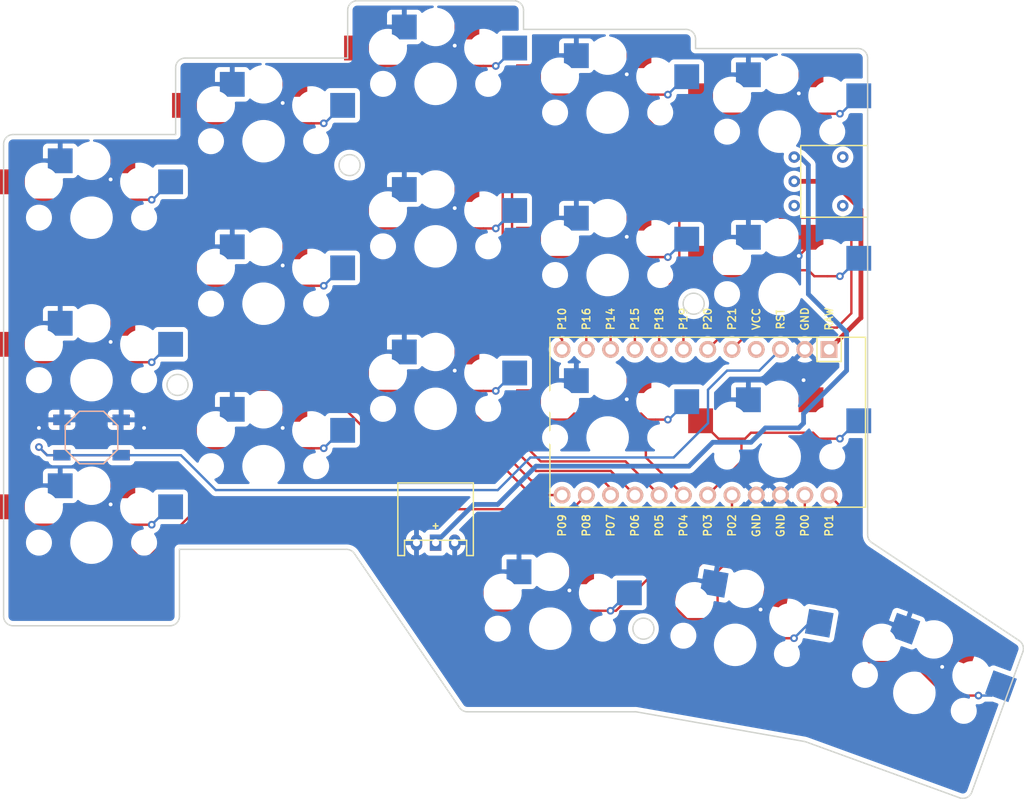
<source format=kicad_pcb>
(kicad_pcb (version 20211014) (generator pcbnew)
  (title_block (title "pcb") (rev "v1.0.0") (company "Unknown"))
  (layers (0 "F.Cu" signal) (31 "B.Cu" signal) (34 "B.Paste" user) (35 "F.Paste" user) (36 "B.SilkS" user "B.Silkscreen") (37 "F.SilkS" user "F.Silkscreen") (38 "B.Mask" user) (39 "F.Mask" user) (44 "Edge.Cuts" user))
  (net 0 "")
  (net 1 "GND")
  (net 2 "matrix_pinky_bottom")
  (net 3 "matrix_pinky_home")
  (net 4 "matrix_pinky_top")
  (net 5 "matrix_ring_bottom")
  (net 6 "matrix_ring_home")
  (net 7 "matrix_ring_top")
  (net 8 "matrix_middle_bottom")
  (net 9 "matrix_middle_home")
  (net 10 "matrix_middle_top")
  (net 11 "matrix_index_bottom")
  (net 12 "matrix_index_home")
  (net 13 "matrix_index_top")
  (net 14 "matrix_inner_bottom")
  (net 15 "matrix_inner_home")
  (net 16 "matrix_inner_top")
  (net 17 "thumb_left")
  (net 18 "thumb_mid")
  (net 19 "thumb_right")
  (net 20 "vbattp_sw")
  (net 21 "RST")
  (net 22 "VCC")
  (net 23 "vbattp")
  (footprint "GW12RHH" (layer "F.Cu") (at 99.2 -37.8 -90)
    (fp_text reference "T1" hide)
    (fp_text value "" hide)
  )
  (footprint "PG1350" (layer "F.Cu") (at 36 -8)
    (fp_text reference "S4" hide)
    (fp_text value "" hide)
  )
  (footprint "PG1350" (layer "F.Cu") (at 66 9)
    (fp_text reference "S16" hide)
    (fp_text value "" hide)
  )
  (footprint "PG1350" (layer "F.Cu") (at 36 -42)
    (fp_text reference "S6" hide)
    (fp_text value "" hide)
  )
  (footprint "PG1350" (layer "F.Cu") (at 18 0)
    (fp_text reference "S1" hide)
    (fp_text value "" hide)
  )
  (footprint "PG1350" (layer "F.Cu") (at 104.090944 15.716461 -20)
    (fp_text reference "S18" hide)
    (fp_text value "" hide)
  )
  (footprint "PG1350" (layer "F.Cu") (at 72 -28)
    (fp_text reference "S11" hide)
    (fp_text value "" hide)
  )
  (footprint "PG1350" (layer "F.Cu") (at 72 -11)
    (fp_text reference "S10" hide)
    (fp_text value "" hide)
  )
  (footprint "PG1350" (layer "F.Cu") (at 18 -34)
    (fp_text reference "S3" hide)
    (fp_text value "" hide)
  )
  (footprint "ProMicro" (layer "F.Cu") (at 81.2 -12.6 180)
    (fp_text reference "MCU1" hide)
    (fp_text value "" hide)
  )
  (footprint "JST_PH_S2B-PH-K_02x2.00mm_Angled" (layer "F.Cu") (at 54 0 180)
    (fp_text reference "JST1" hide)
    (fp_text value "" hide)
  )
  (footprint "PG1350" (layer "F.Cu") (at 90 -43)
    (fp_text reference "S15" hide)
    (fp_text value "" hide)
  )
  (footprint "PG1350" (layer "F.Cu") (at 54 -14)
    (fp_text reference "S7" hide)
    (fp_text value "" hide)
  )
  (footprint "E73:SW_TACT_ALPS_SKQGABE010" (layer "F.Cu") (at 18 -11)
    (fp_text reference "B1" hide)
    (fp_text value "" hide)
  )
  (footprint "PG1350" (layer "F.Cu") (at 90 -9)
    (fp_text reference "S13" hide)
    (fp_text value "" hide)
  )
  (footprint "PG1350" (layer "F.Cu") (at 54 -48)
    (fp_text reference "S9" hide)
    (fp_text value "" hide)
  )
  (footprint "PG1350" (layer "F.Cu") (at 18 -17)
    (fp_text reference "S2" hide)
    (fp_text value "" hide)
  )
  (footprint "PG1350" (layer "F.Cu") (at 72 -45)
    (fp_text reference "S12" hide)
    (fp_text value "" hide)
  )
  (footprint "E73:SW_TACT_ALPS_SKQGABE010" (layer "F.Cu") (at 18 -11)
    (fp_text reference "B2" hide)
    (fp_text value "" hide)
  )
  (footprint "PG1350" (layer "F.Cu") (at 85.339279 10.691968 -10)
    (fp_text reference "S17" hide)
    (fp_text value "" hide)
  )
  (footprint "PG1350" (layer "F.Cu") (at 36 -25)
    (fp_text reference "S5" hide)
    (fp_text value "" hide)
  )
  (footprint "PG1350" (layer "F.Cu") (at 90 -26)
    (fp_text reference "S14" hide)
    (fp_text value "" hide)
  )
  (footprint "PG1350" (layer "F.Cu") (at 54 -31)
    (fp_text reference "S8" hide)
    (fp_text value "" hide)
  )
  (gr_line (start 27.2 7.7) (end 27.2 0.7) (layer "Edge.Cuts") (width 0.15))
  (gr_line (start 115.057057 10.252094) (end 99.646001 -0.003208) (layer "Edge.Cuts") (width 0.15))
  (gr_arc (start 57.328269 17.7) (mid 56.86117 17.584205) (end 56.502247 17.263638) (layer "Edge.Cuts") (width 0.15))
  (gr_circle (center 45 -39.5) (end 46.1 -39.5) (layer "Edge.Cuts") (width 0.15) (fill none))
  (gr_arc (start 44.671731 0.7) (mid 45.13883 0.815795) (end 45.497753 1.136362) (layer "Edge.Cuts") (width 0.15))
  (gr_arc (start 74.895014 17.7) (mid 74.98217 17.703805) (end 75.068662 17.715192) (layer "Edge.Cuts") (width 0.15))
  (gr_line (start 57.328269 17.7) (end 74.895013 17.7) (layer "Edge.Cuts") (width 0.15))
  (gr_arc (start 8.8 -41.7) (mid 9.092893 -42.407107) (end 9.8 -42.7) (layer "Edge.Cuts") (width 0.15))
  (gr_arc (start 62.2 -56.7) (mid 62.907107 -56.407107) (end 63.2 -55.7) (layer "Edge.Cuts") (width 0.15))
  (gr_line (start 63.2 -53.7) (end 63.2 -55.7) (layer "Edge.Cuts") (width 0.15))
  (gr_line (start 8.8 -41.7) (end 8.8 7.7) (layer "Edge.Cuts") (width 0.15))
  (gr_line (start 27.2 0.7) (end 44.671731 0.7) (layer "Edge.Cuts") (width 0.15))
  (gr_line (start 9.8 8.7) (end 26.2 8.7) (layer "Edge.Cuts") (width 0.15))
  (gr_arc (start 44.8 -55.7) (mid 45.092893 -56.407107) (end 45.8 -56.7) (layer "Edge.Cuts") (width 0.15))
  (gr_arc (start 98.2 -51.7) (mid 98.907107 -51.407107) (end 99.2 -50.7) (layer "Edge.Cuts") (width 0.15))
  (gr_arc (start 110.102561 26.09868) (mid 109.585487 26.662967) (end 108.820849 26.696352) (layer "Edge.Cuts") (width 0.15))
  (gr_line (start 45.497753 1.136362) (end 56.502247 17.263638) (layer "Edge.Cuts") (width 0.15))
  (gr_arc (start 9.8 8.7) (mid 9.092893 8.407107) (end 8.8 7.7) (layer "Edge.Cuts") (width 0.15))
  (gr_circle (center 81 -25) (end 82.1 -25) (layer "Edge.Cuts") (width 0.15) (fill none))
  (gr_line (start 26.8 -49.7) (end 26.8 -42.7) (layer "Edge.Cuts") (width 0.15))
  (gr_line (start 99.2 -0.835726) (end 99.2 -50.7) (layer "Edge.Cuts") (width 0.15))
  (gr_circle (center 27 -16.5) (end 28.1 -16.5) (layer "Edge.Cuts") (width 0.15) (fill none))
  (gr_arc (start 27.2 7.7) (mid 26.907107 8.407107) (end 26.2 8.7) (layer "Edge.Cuts") (width 0.15))
  (gr_arc (start 92.588419 20.804398) (mid 92.67359 20.82328) (end 92.756791 20.849513) (layer "Edge.Cuts") (width 0.15))
  (gr_arc (start 99.646001 -0.003209) (mid 99.318524 -0.363497) (end 99.2 -0.835726) (layer "Edge.Cuts") (width 0.15))
  (gr_circle (center 75.743654 9) (end 76.843654 9) (layer "Edge.Cuts") (width 0.15) (fill none))
  (gr_line (start 81.2 -51.7) (end 98.2 -51.7) (layer "Edge.Cuts") (width 0.15))
  (gr_line (start 44.8 -55.7) (end 44.8 -50.7) (layer "Edge.Cuts") (width 0.15))
  (gr_line (start 27.8 -50.7) (end 44.8 -50.7) (layer "Edge.Cuts") (width 0.15))
  (gr_line (start 81.2 -51.7) (end 81.2 -52.7) (layer "Edge.Cuts") (width 0.15))
  (gr_arc (start 115.057057 10.252094) (mid 115.453144 10.772623) (end 115.44275 11.426631) (layer "Edge.Cuts") (width 0.15))
  (gr_line (start 92.756791 20.849513) (end 108.820849 26.696352) (layer "Edge.Cuts") (width 0.15))
  (gr_arc (start 26.8 -49.7) (mid 27.092893 -50.407107) (end 27.8 -50.7) (layer "Edge.Cuts") (width 0.15))
  (gr_line (start 110.102561 26.09868) (end 115.44275 11.426631) (layer "Edge.Cuts") (width 0.15))
  (gr_line (start 62.2 -56.7) (end 45.8 -56.7) (layer "Edge.Cuts") (width 0.15))
  (gr_arc (start 80.2 -53.7) (mid 80.907107 -53.407107) (end 81.2 -52.7) (layer "Edge.Cuts") (width 0.15))
  (gr_line (start 63.2 -53.7) (end 80.2 -53.7) (layer "Edge.Cuts") (width 0.15))
  (gr_line (start 9.8 -42.7) (end 26.8 -42.7) (layer "Edge.Cuts") (width 0.15))
  (gr_line (start 75.068662 17.715192) (end 92.588419 20.804398) (layer "Edge.Cuts") (width 0.15))
  (segment (start 57.275 -36.275) (end 56 -35) (width 0.25) (layer "F.Cu") (net 1))
  (segment (start 93.275 -31.95) (end 93.275 -31.275) (width 0.25) (layer "F.Cu") (net 1))
  (segment (start 21.275 -22.275) (end 20 -21) (width 0.25) (layer "F.Cu") (net 1))
  (segment (start 75.275 -50.95) (end 75.275 -50.275) (width 0.25) (layer "F.Cu") (net 1))
  (segment (start 109.203457 11.245406) (end 107.448863 13) (width 0.25) (layer "F.Cu") (net 1))
  (segment (start 107.448863 13) (end 107 13) (width 0.25) (layer "F.Cu") (net 1))
  (segment (start 21.275 -39.275) (end 20 -38) (width 0.25) (layer "F.Cu") (net 1))
  (segment (start 93.275 -31.275) (end 92 -30) (width 0.25) (layer "F.Cu") (net 1))
  (segment (start 93.275 -14.95) (end 93.275 -16.225) (width 0.25) (layer "F.Cu") (net 1))
  (segment (start 57.275 -53.95) (end 57.275 -53.275) (width 0.25) (layer "F.Cu") (net 1))
  (segment (start 69.275 3.725) (end 68 5) (width 0.25) (layer "F.Cu") (net 1))
  (segment (start 39.275 -47.95) (end 39.275 -47.275) (width 0.25) (layer "F.Cu") (net 1))
  (segment (start 21.1 -12.85) (end 22.65 -12.85) (width 0.25) (layer "F.Cu") (net 1))
  (segment (start 75.275 -33.95) (end 75.275 -33.275) (width 0.25) (layer "F.Cu") (net 1))
  (segment (start 57.275 -36.95) (end 57.275 -36.275) (width 0.25) (layer "F.Cu") (net 1))
  (segment (start 14.9 -12.85) (end 13.35 -12.85) (width 0.25) (layer "F.Cu") (net 1))
  (segment (start 21.275 -39.95) (end 21.275 -39.275) (width 0.25) (layer "F.Cu") (net 1))
  (segment (start 39.275 -47.275) (end 38 -46) (width 0.25) (layer "F.Cu") (net 1))
  (segment (start 39.275 -13.95) (end 39.275 -13.275) (width 0.25) (layer "F.Cu") (net 1))
  (segment (start 57.275 -19.275) (end 56 -18) (width 0.25) (layer "F.Cu") (net 1))
  (segment (start 21.275 -5.95) (end 21.275 -5.275) (width 0.25) (layer "F.Cu") (net 1))
  (segment (start 75.275 -50.275) (end 74 -49) (width 0.25) (layer "F.Cu") (net 1))
  (segment (start 75.275 -16.95) (end 75.275 -16.275) (width 0.25) (layer "F.Cu") (net 1))
  (segment (start 75.275 -16.275) (end 74 -15) (width 0.25) (layer "F.Cu") (net 1))
  (segment (start 57.275 -19.95) (end 57.275 -19.275) (width 0.25) (layer "F.Cu") (net 1))
  (segment (start 93.275 -16.225) (end 92.5 -17) (width 0.25) (layer "F.Cu") (net 1))
  (segment (start 22.65 -12.85) (end 23.5 -12) (width 0.25) (layer "F.Cu") (net 1))
  (segment (start 21.275 -22.95) (end 21.275 -22.275) (width 0.25) (layer "F.Cu") (net 1))
  (segment (start 39.275 -30.275) (end 38 -29) (width 0.25) (layer "F.Cu") (net 1))
  (segment (start 89.597731 5.40106) (end 89.597731 5.402269) (width 0.25) (layer "F.Cu") (net 1))
  (segment (start 21.275 -5.275) (end 20 -4) (width 0.25) (layer "F.Cu") (net 1))
  (segment (start 93.275 -48.275) (end 92 -47) (width 0.25) (layer "F.Cu") (net 1))
  (segment (start 39.275 -30.95) (end 39.275 -30.275) (width 0.25) (layer "F.Cu") (net 1))
  (segment (start 89.597731 5.402269) (end 88 7) (width 0.25) (layer "F.Cu") (net 1))
  (segment (start 69.275 3.05) (end 69.275 3.725) (width 0.25) (layer "F.Cu") (net 1))
  (segment (start 39.275 -13.275) (end 38 -12) (width 0.25) (layer "F.Cu") (net 1))
  (segment (start 93.275 -48.95) (end 93.275 -48.275) (width 0.25) (layer "F.Cu") (net 1))
  (segment (start 57.275 -53.275) (end 56 -52) (width 0.25) (layer "F.Cu") (net 1))
  (segment (start 13.35 -12.85) (end 12.5 -12) (width 0.25) (layer "F.Cu") (net 1))
  (segment (start 75.275 -33.275) (end 74 -32) (width 0.25) (layer "F.Cu") (net 1))
  (via (at 38 -46) (size 0.8) (drill 0.4) (layers "F.Cu" "B.Cu") (net 1))
  (via (at 56 -18) (size 0.8) (drill 0.4) (layers "F.Cu" "B.Cu") (net 1))
  (via (at 56 -52) (size 0.8) (drill 0.4) (layers "F.Cu" "B.Cu") (net 1))
  (via (at 68 5) (size 0.8) (drill 0.4) (layers "F.Cu" "B.Cu") (net 1))
  (via (at 92 -47) (size 0.8) (drill 0.4) (layers "F.Cu" "B.Cu") (net 1))
  (via (at 88 7) (size 0.8) (drill 0.4) (layers "F.Cu" "B.Cu") (net 1))
  (via (at 20 -38) (size 0.8) (drill 0.4) (layers "F.Cu" "B.Cu") (net 1))
  (via (at 20 -4) (size 0.8) (drill 0.4) (layers "F.Cu" "B.Cu") (net 1))
  (via (at 56 -35) (size 0.8) (drill 0.4) (layers "F.Cu" "B.Cu") (net 1))
  (via (at 74 -32) (size 0.8) (drill 0.4) (layers "F.Cu" "B.Cu") (net 1))
  (via (at 92.5 -17) (size 0.8) (drill 0.4) (layers "F.Cu" "B.Cu") (net 1))
  (via (at 38 -12) (size 0.8) (drill 0.4) (layers "F.Cu" "B.Cu") (net 1))
  (via (at 92 -30) (size 0.8) (drill 0.4) (layers "F.Cu" "B.Cu") (net 1))
  (via (at 38 -29) (size 0.8) (drill 0.4) (layers "F.Cu" "B.Cu") (net 1))
  (via (at 23.5 -12) (size 0.8) (drill 0.4) (layers "F.Cu" "B.Cu") (net 1))
  (via (at 20 -21) (size 0.8) (drill 0.4) (layers "F.Cu" "B.Cu") (net 1))
  (via (at 74 -49) (size 0.8) (drill 0.4) (layers "F.Cu" "B.Cu") (net 1))
  (via (at 12.5 -12) (size 0.8) (drill 0.4) (layers "F.Cu" "B.Cu") (net 1))
  (via (at 107 13) (size 0.8) (drill 0.4) (layers "F.Cu" "B.Cu") (net 1))
  (via (at 74 -15) (size 0.8) (drill 0.4) (layers "F.Cu" "B.Cu") (net 1))
  (segment (start 11.600001 -1.874999) (end 14.374999 -1.874999) (width 0.25) (layer "F.Cu") (net 2))
  (segment (start 14.374999 -1.874999) (end 15 -2.5) (width 0.25) (layer "F.Cu") (net 2))
  (segment (start 23 1.5) (end 22 0.5) (width 0.25) (layer "F.Cu") (net 2))
  (segment (start 21.625001 -1.874999) (end 22.125001 -1.874999) (width 0.25) (layer "F.Cu") (net 2))
  (segment (start 22 0.5) (end 22 -1.749998) (width 0.25) (layer "F.Cu") (net 2))
  (segment (start 68.29 -3.5) (end 29 -3.5) (width 0.25) (layer "F.Cu") (net 2))
  (segment (start 21 -2.5) (end 21.625001 -1.874999) (width 0.25) (layer "F.Cu") (net 2))
  (segment (start 69.77 -4.98) (end 68.29 -3.5) (width 0.25) (layer "F.Cu") (net 2))
  (segment (start 23 -1.874999) (end 24.3 -1.874999) (width 0.25) (layer "F.Cu") (net 2))
  (segment (start 9.725 -3.75) (end 11.600001 -1.874999) (width 0.25) (layer "F.Cu") (net 2))
  (segment (start 29 -3.5) (end 24 1.5) (width 0.25) (layer "F.Cu") (net 2))
  (segment (start 15 -2.5) (end 21 -2.5) (width 0.25) (layer "F.Cu") (net 2))
  (segment (start 22 -1.749998) (end 22.125001 -1.874999) (width 0.25) (layer "F.Cu") (net 2))
  (segment (start 22.125001 -1.874999) (end 23 -1.874999) (width 0.25) (layer "F.Cu") (net 2))
  (segment (start 24 1.5) (end 23 1.5) (width 0.25) (layer "F.Cu") (net 2))
  (via (at 24.3 -1.874999) (size 0.8) (drill 0.4) (layers "F.Cu" "B.Cu") (net 2))
  (segment (start 24.3 -1.874999) (end 26.175001 -3.75) (width 0.25) (layer "B.Cu") (net 2))
  (segment (start 26.175001 -3.75) (end 26.275 -3.75) (width 0.25) (layer "B.Cu") (net 2))
  (segment (start 23.5 -14) (end 21.5 -16) (width 0.25) (layer "F.Cu") (net 3))
  (segment (start 21.5 -19) (end 21.625001 -18.874999) (width 0.25) (layer "F.Cu") (net 3))
  (segment (start 48 -10.5) (end 42.5 -16) (width 0.25) (layer "F.Cu") (net 3))
  (segment (start 72.31 -5.69) (end 71.5 -6.5) (width 0.25) (layer "F.Cu") (net 3))
  (segment (start 28.5 -14) (end 23.5 -14) (width 0.25) (layer "F.Cu") (net 3))
  (segment (start 60 -10.5) (end 48 -10.5) (width 0.25) (layer "F.Cu") (net 3))
  (segment (start 15 -19.5) (end 21 -19.5) (width 0.25) (layer "F.Cu") (net 3))
  (segment (start 21 -19.5) (end 21.5 -19) (width 0.25) (layer "F.Cu") (net 3))
  (segment (start 30.5 -16) (end 28.5 -14) (width 0.25) (layer "F.Cu") (net 3))
  (segment (start 11.600001 -18.874999) (end 14.374999 -18.874999) (width 0.25) (layer "F.Cu") (net 3))
  (segment (start 14.374999 -18.874999) (end 15 -19.5) (width 0.25) (layer "F.Cu") (net 3))
  (segment (start 64 -6.5) (end 60 -10.5) (width 0.25) (layer "F.Cu") (net 3))
  (segment (start 72.31 -4.98) (end 72.31 -5.69) (width 0.25) (layer "F.Cu") (net 3))
  (segment (start 42.5 -16) (end 30.5 -16) (width 0.25) (layer "F.Cu") (net 3))
  (segment (start 21.625001 -18.874999) (end 23 -18.874999) (width 0.25) (layer "F.Cu") (net 3))
  (segment (start 21.5 -16) (end 21.5 -19) (width 0.25) (layer "F.Cu") (net 3))
  (segment (start 71.5 -6.5) (end 64 -6.5) (width 0.25) (layer "F.Cu") (net 3))
  (segment (start 9.725 -20.75) (end 11.600001 -18.874999) (width 0.25) (layer "F.Cu") (net 3))
  (segment (start 23 -18.874999) (end 24.3 -18.874999) (width 0.25) (layer "F.Cu") (net 3))
  (via (at 24.3 -18.874999) (size 0.8) (drill 0.4) (layers "F.Cu" "B.Cu") (net 3))
  (segment (start 26.175001 -20.75) (end 26.275 -20.75) (width 0.25) (layer "B.Cu") (net 3))
  (segment (start 24.3 -18.874999) (end 26.175001 -20.75) (width 0.25) (layer "B.Cu") (net 3))
  (segment (start 21.874999 -35.874999) (end 23 -35.874999) (width 0.25) (layer "F.Cu") (net 4))
  (segment (start 21 -36.5) (end 21.625001 -35.874999) (width 0.25) (layer "F.Cu") (net 4))
  (segment (start 72.33 -7.5) (end 64.5 -7.5) (width 0.25) (layer "F.Cu") (net 4))
  (segment (start 9.725 -37.75) (end 11.600001 -35.874999) (width 0.25) (layer "F.Cu") (net 4))
  (segment (start 21.625001 -35.874999) (end 21.874999 -35.874999) (width 0.25) (layer "F.Cu") (net 4))
  (segment (start 37.5 -22.5) (end 28 -22.5) (width 0.25) (layer "F.Cu") (net 4))
  (segment (start 60.5 -11.5) (end 48.5 -11.5) (width 0.25) (layer "F.Cu") (net 4))
  (segment (start 48.5 -11.5) (end 37.5 -22.5) (width 0.25) (layer "F.Cu") (net 4))
  (segment (start 14.874999 -35.874999) (end 15.5 -36.5) (width 0.25) (layer "F.Cu") (net 4))
  (segment (start 64.5 -7.5) (end 60.5 -11.5) (width 0.25) (layer "F.Cu") (net 4))
  (segment (start 28 -22.5) (end 21.874999 -28.625001) (width 0.25) (layer "F.Cu") (net 4))
  (segment (start 21.874999 -28.625001) (end 21.874999 -35.874999) (width 0.25) (layer "F.Cu") (net 4))
  (segment (start 23 -35.874999) (end 24.3 -35.874999) (width 0.25) (layer "F.Cu") (net 4))
  (segment (start 11.600001 -35.874999) (end 14.874999 -35.874999) (width 0.25) (layer "F.Cu") (net 4))
  (segment (start 15.5 -36.5) (end 21 -36.5) (width 0.25) (layer "F.Cu") (net 4))
  (segment (start 74.85 -4.98) (end 72.33 -7.5) (width 0.25) (layer "F.Cu") (net 4))
  (via (at 24.3 -35.874999) (size 0.8) (drill 0.4) (layers "F.Cu" "B.Cu") (net 4))
  (segment (start 24.399999 -35.874999) (end 26.275 -37.75) (width 0.25) (layer "B.Cu") (net 4))
  (segment (start 24.3 -35.874999) (end 24.399999 -35.874999) (width 0.25) (layer "B.Cu") (net 4))
  (segment (start 64.02 -4.98) (end 59.5 -9.5) (width 0.25) (layer "F.Cu") (net 5))
  (segment (start 67.23 -4.98) (end 64.02 -4.98) (width 0.25) (layer "F.Cu") (net 5))
  (segment (start 45.5 -9.5) (end 42.5 -6.5) (width 0.25) (layer "F.Cu") (net 5))
  (segment (start 59.5 -9.5) (end 45.5 -9.5) (width 0.25) (layer "F.Cu") (net 5))
  (segment (start 39.625001 -9.874999) (end 41 -9.874999) (width 0.25) (layer "F.Cu") (net 5))
  (segment (start 39 -10.5) (end 39.5 -10) (width 0.25) (layer "F.Cu") (net 5))
  (segment (start 33 -10.5) (end 39 -10.5) (width 0.25) (layer "F.Cu") (net 5))
  (segment (start 42.5 -6.5) (end 40.5 -6.5) (width 0.25) (layer "F.Cu") (net 5))
  (segment (start 40.5 -6.5) (end 39.5 -7.5) (width 0.25) (layer "F.Cu") (net 5))
  (segment (start 29.600001 -9.874999) (end 32.374999 -9.874999) (width 0.25) (layer "F.Cu") (net 5))
  (segment (start 41 -9.874999) (end 42.3 -9.874999) (width 0.25) (layer "F.Cu") (net 5))
  (segment (start 27.725 -11.75) (end 29.600001 -9.874999) (width 0.25) (layer "F.Cu") (net 5))
  (segment (start 32.374999 -9.874999) (end 33 -10.5) (width 0.25) (layer "F.Cu") (net 5))
  (segment (start 39.5 -10) (end 39.625001 -9.874999) (width 0.25) (layer "F.Cu") (net 5))
  (segment (start 39.5 -7.5) (end 39.5 -10) (width 0.25) (layer "F.Cu") (net 5))
  (via (at 42.3 -9.874999) (size 0.8) (drill 0.4) (layers "F.Cu" "B.Cu") (net 5))
  (segment (start 42.3 -9.874999) (end 44.175001 -11.75) (width 0.25) (layer "B.Cu") (net 5))
  (segment (start 44.175001 -11.75) (end 44.275 -11.75) (width 0.25) (layer "B.Cu") (net 5))
  (segment (start 39.874999 -26.874999) (end 41 -26.874999) (width 0.25) (layer "F.Cu") (net 6))
  (segment (start 60 -26) (end 45 -26) (width 0.25) (layer "F.Cu") (net 6))
  (segment (start 39.874999 -24.125001) (end 39.874999 -26.874999) (width 0.25) (layer "F.Cu") (net 6))
  (segment (start 29.600001 -26.874999) (end 32.374999 -26.874999) (width 0.25) (layer "F.Cu") (net 6))
  (segment (start 39 -27.5) (end 39.625001 -26.874999) (width 0.25) (layer "F.Cu") (net 6))
  (segment (start 63.5 -22.5) (end 60 -26) (width 0.25) (layer "F.Cu") (net 6))
  (segment (start 66 -22.5) (end 63.5 -22.5) (width 0.25) (layer "F.Cu") (net 6))
  (segment (start 67.23 -21.27) (end 66 -22.5) (width 0.25) (layer "F.Cu") (net 6))
  (segment (start 40.5 -23.5) (end 39.874999 -24.125001) (width 0.25) (layer "F.Cu") (net 6))
  (segment (start 67.23 -20.22) (end 67.23 -21.27) (width 0.25) (layer "F.Cu") (net 6))
  (segment (start 32.374999 -26.874999) (end 33 -27.5) (width 0.25) (layer "F.Cu") (net 6))
  (segment (start 33 -27.5) (end 39 -27.5) (width 0.25) (layer "F.Cu") (net 6))
  (segment (start 27.725 -28.75) (end 29.600001 -26.874999) (width 0.25) (layer "F.Cu") (net 6))
  (segment (start 41 -26.874999) (end 42.3 -26.874999) (width 0.25) (layer "F.Cu") (net 6))
  (segment (start 45 -26) (end 42.5 -23.5) (width 0.25) (layer "F.Cu") (net 6))
  (segment (start 39.625001 -26.874999) (end 39.874999 -26.874999) (width 0.25) (layer "F.Cu") (net 6))
  (segment (start 42.5 -23.5) (end 40.5 -23.5) (width 0.25) (layer "F.Cu") (net 6))
  (via (at 42.3 -26.874999) (size 0.8) (drill 0.4) (layers "F.Cu" "B.Cu") (net 6))
  (segment (start 44.175001 -28.75) (end 44.275 -28.75) (width 0.25) (layer "B.Cu") (net 6))
  (segment (start 42.3 -26.874999) (end 44.175001 -28.75) (width 0.25) (layer "B.Cu") (net 6))
  (segment (start 44 -42) (end 42.5 -40.5) (width 0.25) (layer "F.Cu") (net 7))
  (segment (start 39 -44.5) (end 39.625001 -43.874999) (width 0.25) (layer "F.Cu") (net 7))
  (segment (start 72.31 -22.69) (end 70.5 -24.5) (width 0.25) (layer "F.Cu") (net 7))
  (segment (start 65 -24.5) (end 61 -28.5) (width 0.25) (layer "F.Cu") (net 7))
  (segment (start 33 -44.5) (end 39 -44.5) (width 0.25) (layer "F.Cu") (net 7))
  (segment (start 39.874999 -41.125001) (end 39.874999 -43.874999) (width 0.25) (layer "F.Cu") (net 7))
  (segment (start 41 -43.874999) (end 42.3 -43.874999) (width 0.25) (layer "F.Cu") (net 7))
  (segment (start 32.374999 -43.874999) (end 33 -44.5) (width 0.25) (layer "F.Cu") (net 7))
  (segment (start 27.725 -45.75) (end 29.600001 -43.874999) (width 0.25) (layer "F.Cu") (net 7))
  (segment (start 42.5 -40.5) (end 40.5 -40.5) (width 0.25) (layer "F.Cu") (net 7))
  (segment (start 70.5 -24.5) (end 65 -24.5) (width 0.25) (layer "F.Cu") (net 7))
  (segment (start 72.31 -20.22) (end 72.31 -22.69) (width 0.25) (layer "F.Cu") (net 7))
  (segment (start 61.025 -38.975) (end 58 -42) (width 0.25) (layer "F.Cu") (net 7))
  (segment (start 40.5 -40.5) (end 39.874999 -41.125001) (width 0.25) (layer "F.Cu") (net 7))
  (segment (start 61 -28.5) (end 61.025 -28.525) (width 0.25) (layer "F.Cu") (net 7))
  (segment (start 39.625001 -43.874999) (end 39.874999 -43.874999) (width 0.25) (layer "F.Cu") (net 7))
  (segment (start 29.600001 -43.874999) (end 32.374999 -43.874999) (width 0.25) (layer "F.Cu") (net 7))
  (segment (start 61.025 -28.525) (end 61.025 -38.975) (width 0.25) (layer "F.Cu") (net 7))
  (segment (start 39.874999 -43.874999) (end 41 -43.874999) (width 0.25) (layer "F.Cu") (net 7))
  (segment (start 58 -42) (end 44 -42) (width 0.25) (layer "F.Cu") (net 7))
  (via (at 42.3 -43.874999) (size 0.8) (drill 0.4) (layers "F.Cu" "B.Cu") (net 7))
  (segment (start 42.399999 -43.874999) (end 44.275 -45.75) (width 0.25) (layer "B.Cu") (net 7))
  (segment (start 42.3 -43.874999) (end 42.399999 -43.874999) (width 0.25) (layer "B.Cu") (net 7))
  (segment (start 51 -16.5) (end 57 -16.5) (width 0.25) (layer "F.Cu") (net 8))
  (segment (start 59 -12.5) (end 57.874999 -13.625001) (width 0.25) (layer "F.Cu") (net 8))
  (segment (start 47.600001 -15.874999) (end 50.374999 -15.874999) (width 0.25) (layer "F.Cu") (net 8))
  (segment (start 50.374999 -15.874999) (end 51 -16.5) (width 0.25) (layer "F.Cu") (net 8))
  (segment (start 65 -8.5) (end 61 -12.5) (width 0.25) (layer "F.Cu") (net 8))
  (segment (start 57 -16.5) (end 57.625001 -15.874999) (width 0.25) (layer "F.Cu") (net 8))
  (segment (start 57.625001 -15.874999) (end 57.874999 -15.874999) (width 0.25) (layer "F.Cu") (net 8))
  (segment (start 57.874999 -13.625001) (end 57.874999 -15.874999) (width 0.25) (layer "F.Cu") (net 8))
  (segment (start 61 -12.5) (end 59 -12.5) (width 0.25) (layer "F.Cu") (net 8))
  (segment (start 77.39 -4.98) (end 73.87 -8.5) (width 0.25) (layer "F.Cu") (net 8))
  (segment (start 59 -15.874999) (end 60.3 -15.874999) (width 0.25) (layer "F.Cu") (net 8))
  (segment (start 57.874999 -15.874999) (end 59 -15.874999) (width 0.25) (layer "F.Cu") (net 8))
  (segment (start 45.725 -17.75) (end 47.600001 -15.874999) (width 0.25) (layer "F.Cu") (net 8))
  (segment (start 73.87 -8.5) (end 65 -8.5) (width 0.25) (layer "F.Cu") (net 8))
  (via (at 60.3 -15.874999) (size 0.8) (drill 0.4) (layers "F.Cu" "B.Cu") (net 8))
  (segment (start 62.175001 -17.75) (end 62.275 -17.75) (width 0.25) (layer "B.Cu") (net 8))
  (segment (start 60.3 -15.874999) (end 62.175001 -17.75) (width 0.25) (layer "B.Cu") (net 8))
  (segment (start 51 -33.5) (end 57 -33.5) (width 0.25) (layer "F.Cu") (net 9))
  (segment (start 45.725 -34.75) (end 47.600001 -32.874999) (width 0.25) (layer "F.Cu") (net 9))
  (segment (start 58 -30) (end 58 -32.749998) (width 0.25) (layer "F.Cu") (net 9))
  (segment (start 47.600001 -32.874999) (end 50.374999 -32.874999) (width 0.25) (layer "F.Cu") (net 9))
  (segment (start 50.374999 -32.874999) (end 51 -33.5) (width 0.25) (layer "F.Cu") (net 9))
  (segment (start 64.5 -23.5) (end 58 -30) (width 0.25) (layer "F.Cu") (net 9))
  (segment (start 58 -32.749998) (end 58.125001 -32.874999) (width 0.25) (layer "F.Cu") (net 9))
  (segment (start 59 -32.874999) (end 60.3 -32.874999) (width 0.25) (layer "F.Cu") (net 9))
  (segment (start 69.77 -20.22) (end 69.77 -21.73) (width 0.25) (layer "F.Cu") (net 9))
  (segment (start 68 -23.5) (end 64.5 -23.5) (width 0.25) (layer "F.Cu") (net 9))
  (segment (start 57 -33.5) (end 57.625001 -32.874999) (width 0.25) (layer "F.Cu") (net 9))
  (segment (start 58.125001 -32.874999) (end 59 -32.874999) (width 0.25) (layer "F.Cu") (net 9))
  (segment (start 57.625001 -32.874999) (end 58.125001 -32.874999) (width 0.25) (layer "F.Cu") (net 9))
  (segment (start 69.77 -21.73) (end 68 -23.5) (width 0.25) (layer "F.Cu") (net 9))
  (via (at 60.3 -32.874999) (size 0.8) (drill 0.4) (layers "F.Cu" "B.Cu") (net 9))
  (segment (start 60.3 -32.874999) (end 62.175001 -34.75) (width 0.25) (layer "B.Cu") (net 9))
  (segment (start 62.175001 -34.75) (end 62.275 -34.75) (width 0.25) (layer "B.Cu") (net 9))
  (segment (start 58 -47) (end 58 -49.749998) (width 0.25) (layer "F.Cu") (net 10))
  (segment (start 59 -49.874999) (end 60.3 -49.874999) (width 0.25) (layer "F.Cu") (net 10))
  (segment (start 57 -50.5) (end 57.625001 -49.874999) (width 0.25) (layer "F.Cu") (net 10))
  (segment (start 47.600001 -49.874999) (end 50.374999 -49.874999) (width 0.25) (layer "F.Cu") (net 10))
  (segment (start 45.725 -51.75) (end 47.600001 -49.874999) (width 0.25) (layer "F.Cu") (net 10))
  (segment (start 57.625001 -49.874999) (end 58.125001 -49.874999) (width 0.25) (layer "F.Cu") (net 10))
  (segment (start 58 -49.749998) (end 58.125001 -49.874999) (width 0.25) (layer "F.Cu") (net 10))
  (segment (start 74.85 -20.22) (end 74.85 -23.65) (width 0.25) (layer "F.Cu") (net 10))
  (segment (start 58.125001 -49.874999) (end 59 -49.874999) (width 0.25) (layer "F.Cu") (net 10))
  (segment (start 74.85 -23.65) (end 73 -25.5) (width 0.25) (layer "F.Cu") (net 10))
  (segment (start 51 -50.5) (end 57 -50.5) (width 0.25) (layer "F.Cu") (net 10))
  (segment (start 65.5 -25.5) (end 62 -29) (width 0.25) (layer "F.Cu") (net 10))
  (segment (start 50.374999 -49.874999) (end 51 -50.5) (width 0.25) (layer "F.Cu") (net 10))
  (segment (start 73 -25.5) (end 65.5 -25.5) (width 0.25) (layer "F.Cu") (net 10))
  (segment (start 62 -43) (end 58 -47) (width 0.25) (layer "F.Cu") (net 10))
  (segment (start 62 -29) (end 62 -43) (width 0.25) (layer "F.Cu") (net 10))
  (via (at 60.3 -49.874999) (size 0.8) (drill 0.4) (layers "F.Cu" "B.Cu") (net 10))
  (segment (start 60.399999 -49.874999) (end 62.275 -51.75) (width 0.25) (layer "B.Cu") (net 10))
  (segment (start 60.3 -49.874999) (end 60.399999 -49.874999) (width 0.25) (layer "B.Cu") (net 10))
  (segment (start 76.125001 -12.874999) (end 77 -12.874999) (width 0.25) (layer "F.Cu") (net 11))
  (segment (start 77 -12.874999) (end 78.3 -12.874999) (width 0.25) (layer "F.Cu") (net 11))
  (segment (start 68.5 -13.5) (end 67.874999 -12.874999) (width 0.25) (layer "F.Cu") (net 11))
  (segment (start 67.874999 -12.874999) (end 65.600001 -12.874999) (width 0.25) (layer "F.Cu") (net 11))
  (segment (start 76 -13) (end 75.5 -13.5) (width 0.25) (layer "F.Cu") (net 11))
  (segment (start 65.600001 -12.874999) (end 63.725 -14.75) (width 0.25) (layer "F.Cu") (net 11))
  (segment (start 75.5 -13.5) (end 68.5 -13.5) (width 0.25) (layer "F.Cu") (net 11))
  (segment (start 79.93 -4.98) (end 76 -8.91) (width 0.25) (layer "F.Cu") (net 11))
  (segment (start 76 -13) (end 76.125001 -12.874999) (width 0.25) (layer "F.Cu") (net 11))
  (segment (start 76 -9.5) (end 76 -12) (width 0.25) (layer "F.Cu") (net 11))
  (segment (start 76 -12) (end 76 -13) (width 0.25) (layer "F.Cu") (net 11))
  (segment (start 76 -8.91) (end 76 -9.5) (width 0.25) (layer "F.Cu") (net 11))
  (via (at 78.3 -12.874999) (size 0.8) (drill 0.4) (layers "F.Cu" "B.Cu") (net 11))
  (segment (start 78.399999 -12.874999) (end 80.275 -14.75) (width 0.25) (layer "B.Cu") (net 11))
  (segment (start 78.3 -12.874999) (end 78.399999 -12.874999) (width 0.25) (layer "B.Cu") (net 11))
  (segment (start 65.600001 -29.874999) (end 68.374999 -29.874999) (width 0.25) (layer "F.Cu") (net 12))
  (segment (start 63.725 -31.75) (end 65.600001 -29.874999) (width 0.25) (layer "F.Cu") (net 12))
  (segment (start 77 -29.874999) (end 78.3 -29.874999) (width 0.25) (layer "F.Cu") (net 12))
  (segment (start 75 -30.5) (end 75.625001 -29.874999) (width 0.25) (layer "F.Cu") (net 12))
  (segment (start 75.625001 -29.874999) (end 75.874999 -29.874999) (width 0.25) (layer "F.Cu") (net 12))
  (segment (start 75.874999 -29.874999) (end 77 -29.874999) (width 0.25) (layer "F.Cu") (net 12))
  (segment (start 68.374999 -29.874999) (end 69 -30.5) (width 0.25) (layer "F.Cu") (net 12))
  (segment (start 77.39 -20.22) (end 77.39 -25.11) (width 0.25) (layer "F.Cu") (net 12))
  (segment (start 77.39 -25.11) (end 75.874999 -26.625001) (width 0.25) (layer "F.Cu") (net 12))
  (segment (start 69 -30.5) (end 75 -30.5) (width 0.25) (layer "F.Cu") (net 12))
  (segment (start 75.874999 -26.625001) (end 75.874999 -29.874999) (width 0.25) (layer "F.Cu") (net 12))
  (via (at 78.3 -29.874999) (size 0.8) (drill 0.4) (layers "F.Cu" "B.Cu") (net 12))
  (segment (start 78.3 -29.874999) (end 80.175001 -31.75) (width 0.25) (layer "B.Cu") (net 12))
  (segment (start 80.175001 -31.75) (end 80.275 -31.75) (width 0.25) (layer "B.Cu") (net 12))
  (segment (start 78.5 -27) (end 79.5 -28) (width 0.25) (layer "F.Cu") (net 13))
  (segment (start 63.725 -48.75) (end 65.600001 -46.874999) (width 0.25) (layer "F.Cu") (net 13))
  (segment (start 75 -47.5) (end 75.625001 -46.874999) (width 0.25) (layer "F.Cu") (net 13))
  (segment (start 79.93 -20.22) (end 79.5 -20.65) (width 0.25) (layer "F.Cu") (net 13))
  (segment (start 68.374999 -46.874999) (end 69 -47.5) (width 0.25) (layer "F.Cu") (net 13))
  (segment (start 65.600001 -46.874999) (end 68.374999 -46.874999) (width 0.25) (layer "F.Cu") (net 13))
  (segment (start 77 -46.874999) (end 78.3 -46.874999) (width 0.25) (layer "F.Cu") (net 13))
  (segment (start 76 -46.749998) (end 76.125001 -46.874999) (width 0.25) (layer "F.Cu") (net 13))
  (segment (start 79.93 -22.07) (end 79.93 -20.22) (width 0.25) (layer "F.Cu") (net 13))
  (segment (start 78.5 -23.5) (end 78.5 -27) (width 0.25) (layer "F.Cu") (net 13))
  (segment (start 79.5 -28) (end 79.5 -41) (width 0.25) (layer "F.Cu") (net 13))
  (segment (start 76.125001 -46.874999) (end 77 -46.874999) (width 0.25) (layer "F.Cu") (net 13))
  (segment (start 79.5 -41) (end 76 -44.5) (width 0.25) (layer "F.Cu") (net 13))
  (segment (start 75.625001 -46.874999) (end 76.125001 -46.874999) (width 0.25) (layer "F.Cu") (net 13))
  (segment (start 79.93 -22.07) (end 78.5 -23.5) (width 0.25) (layer "F.Cu") (net 13))
  (segment (start 76 -44.5) (end 76 -46.749998) (width 0.25) (layer "F.Cu") (net 13))
  (segment (start 69 -47.5) (end 75 -47.5) (width 0.25) (layer "F.Cu") (net 13))
  (via (at 78.3 -46.874999) (size 0.8) (drill 0.4) (layers "F.Cu" "B.Cu") (net 13))
  (segment (start 78.3 -46.874999) (end 80.175001 -48.75) (width 0.25) (layer "B.Cu") (net 13))
  (segment (start 80.175001 -48.75) (end 80.275 -48.75) (width 0.25) (layer "B.Cu") (net 13))
  (segment (start 86 -8.5) (end 86 -10.749998) (width 0.25) (layer "F.Cu") (net 14))
  (segment (start 81.725 -12.75) (end 83.600001 -10.874999) (width 0.25) (layer "F.Cu") (net 14))
  (segment (start 82.47 -4.98) (end 85.99 -8.5) (width 0.25) (layer "F.Cu") (net 14))
  (segment (start 93.5 -11.5) (end 94.125001 -10.874999) (width 0.25) (layer "F.Cu") (net 14))
  (segment (start 87 -11.5) (end 93.5 -11.5) (width 0.25) (layer "F.Cu") (net 14))
  (segment (start 85.874999 -10.874999) (end 86.374999 -10.874999) (width 0.25) (layer "F.Cu") (net 14))
  (segment (start 83.600001 -10.874999) (end 85.874999 -10.874999) (width 0.25) (layer "F.Cu") (net 14))
  (segment (start 86 -10.749998) (end 85.874999 -10.874999) (width 0.25) (layer "F.Cu") (net 14))
  (segment (start 86.374999 -10.874999) (end 87 -11.5) (width 0.25) (layer "F.Cu") (net 14))
  (segment (start 85.99 -8.5) (end 86 -8.5) (width 0.25) (layer "F.Cu") (net 14))
  (segment (start 95 -10.874999) (end 96.3 -10.874999) (width 0.25) (layer "F.Cu") (net 14))
  (segment (start 94.125001 -10.874999) (end 95 -10.874999) (width 0.25) (layer "F.Cu") (net 14))
  (via (at 96.3 -10.874999) (size 0.8) (drill 0.4) (layers "F.Cu" "B.Cu") (net 14))
  (segment (start 96.3 -10.874999) (end 98.175001 -12.75) (width 0.25) (layer "B.Cu") (net 14))
  (segment (start 98.175001 -12.75) (end 98.275 -12.75) (width 0.25) (layer "B.Cu") (net 14))
  (segment (start 81.725 -29.75) (end 83.600001 -27.874999) (width 0.25) (layer "F.Cu") (net 15))
  (segment (start 86.374999 -27.874999) (end 87 -28.5) (width 0.25) (layer "F.Cu") (net 15))
  (segment (start 82.47 -20.22) (end 86 -23.75) (width 0.25) (layer "F.Cu") (net 15))
  (segment (start 85.874999 -27.874999) (end 86.374999 -27.874999) (width 0.25) (layer "F.Cu") (net 15))
  (segment (start 86 -23.75) (end 86 -27.749998) (width 0.25) (layer "F.Cu") (net 15))
  (segment (start 83.600001 -27.874999) (end 85.874999 -27.874999) (width 0.25) (layer "F.Cu") (net 15))
  (segment (start 93.625001 -27.874999) (end 95 -27.874999) (width 0.25) (layer "F.Cu") (net 15))
  (segment (start 87 -28.5) (end 93 -28.5) (width 0.25) (layer "F.Cu") (net 15))
  (segment (start 95 -27.874999) (end 96.3 -27.874999) (width 0.25) (layer "F.Cu") (net 15))
  (segment (start 86 -27.749998) (end 85.874999 -27.874999) (width 0.25) (layer "F.Cu") (net 15))
  (segment (start 93 -28.5) (end 93.625001 -27.874999) (width 0.25) (layer "F.Cu") (net 15))
  (via (at 96.3 -27.874999) (size 0.8) (drill 0.4) (layers "F.Cu" "B.Cu") (net 15))
  (segment (start 96.3 -27.874999) (end 96.399999 -27.874999) (width 0.25) (layer "B.Cu") (net 15))
  (segment (start 96.399999 -27.874999) (end 98.275 -29.75) (width 0.25) (layer "B.Cu") (net 15))
  (segment (start 90 -34) (end 86 -38) (width 0.25) (layer "F.Cu") (net 16))
  (segment (start 85.01 -20.22) (end 87.29 -22.5) (width 0.25) (layer "F.Cu") (net 16))
  (segment (start 83.600001 -44.874999) (end 86.125001 -44.874999) (width 0.25) (layer "F.Cu") (net 16))
  (segment (start 87 -45.5) (end 93 -45.5) (width 0.25) (layer "F.Cu") (net 16))
  (segment (start 86 -44.749998) (end 86.125001 -44.874999) (width 0.25) (layer "F.Cu") (net 16))
  (segment (start 81.725 -46.75) (end 83.600001 -44.874999) (width 0.25) (layer "F.Cu") (net 16))
  (segment (start 96 -22.5) (end 97.5 -24) (width 0.25) (layer "F.Cu") (net 16))
  (segment (start 93.625001 -44.874999) (end 95 -44.874999) (width 0.25) (layer "F.Cu") (net 16))
  (segment (start 86.5 -45) (end 87 -45.5) (width 0.25) (layer "F.Cu") (net 16))
  (segment (start 95 -44.874999) (end 96.3 -44.874999) (width 0.25) (layer "F.Cu") (net 16))
  (segment (start 97.5 -34) (end 90 -34) (width 0.25) (layer "F.Cu") (net 16))
  (segment (start 86 -38) (end 86 -44.749998) (width 0.25) (layer "F.Cu") (net 16))
  (segment (start 86.374999 -44.874999) (end 86.5 -45) (width 0.25) (layer "F.Cu") (net 16))
  (segment (start 86.125001 -44.874999) (end 86.374999 -44.874999) (width 0.25) (layer "F.Cu") (net 16))
  (segment (start 97.5 -24) (end 97.5 -34) (width 0.25) (layer "F.Cu") (net 16))
  (segment (start 93 -45.5) (end 93.625001 -44.874999) (width 0.25) (layer "F.Cu") (net 16))
  (segment (start 87.29 -22.5) (end 96 -22.5) (width 0.25) (layer "F.Cu") (net 16))
  (via (at 96.3 -44.874999) (size 0.8) (drill 0.4) (layers "F.Cu" "B.Cu") (net 16))
  (segment (start 96.399999 -44.874999) (end 98.275 -46.75) (width 0.25) (layer "B.Cu") (net 16))
  (segment (start 96.3 -44.874999) (end 96.399999 -44.874999) (width 0.25) (layer "B.Cu") (net 16))
  (segment (start 69 6.5) (end 69.625001 7.125001) (width 0.25) (layer "F.Cu") (net 17))
  (segment (start 57.725 5.25) (end 59.600001 7.125001) (width 0.25) (layer "F.Cu") (net 17))
  (segment (start 76.5 3.5) (end 72.874999 7.125001) (width 0.25) (layer "F.Cu") (net 17))
  (segment (start 69.874999 7.125001) (end 71 7.125001) (width 0.25) (layer "F.Cu") (net 17))
  (segment (start 72.874999 7.125001) (end 72.3 7.125001) (width 0.25) (layer "F.Cu") (net 17))
  (segment (start 63 6.5) (end 69 6.5) (width 0.25) (layer "F.Cu") (net 17))
  (segment (start 85.01 -1.01) (end 85.01 -4.98) (width 0.25) (layer "F.Cu") (net 17))
  (segment (start 69.625001 7.125001) (end 69.874999 7.125001) (width 0.25) (layer "F.Cu") (net 17))
  (segment (start 76.5 3.5) (end 80.5 3.5) (width 0.25) (layer "F.Cu") (net 17))
  (segment (start 62.374999 7.125001) (end 63 6.5) (width 0.25) (layer "F.Cu") (net 17))
  (segment (start 59.600001 7.125001) (end 62.374999 7.125001) (width 0.25) (layer "F.Cu") (net 17))
  (segment (start 80.5 3.5) (end 85.01 -1.01) (width 0.25) (layer "F.Cu") (net 17))
  (segment (start 71 7.125001) (end 72.3 7.125001) (width 0.25) (layer "F.Cu") (net 17))
  (via (at 72.3 7.125001) (size 0.8) (drill 0.4) (layers "F.Cu" "B.Cu") (net 17))
  (segment (start 74.175001 5.25) (end 74.275 5.25) (width 0.25) (layer "B.Cu") (net 17))
  (segment (start 72.3 7.125001) (end 74.175001 5.25) (width 0.25) (layer "B.Cu") (net 17))
  (segment (start 92.63 -0.13) (end 90 2.5) (width 0.25) (layer "F.Cu") (net 18))
  (segment (start 80.284875 8.005699) (end 81.5 8.005699) (width 0.25) (layer "F.Cu") (net 18))
  (segment (start 92.63 -4.98) (end 92.63 -0.13) (width 0.25) (layer "F.Cu") (net 18))
  (segment (start 88.005699 8.005699) (end 90 10) (width 0.25) (layer "F.Cu") (net 18))
  (segment (start 84 2.5) (end 83.505699 2.994301) (width 0.25) (layer "F.Cu") (net 18))
  (segment (start 83.505699 2.994301) (end 83.505699 8.005699) (width 0.25) (layer "F.Cu") (net 18))
  (segment (start 90 2.5) (end 84 2.5) (width 0.25) (layer "F.Cu") (net 18))
  (segment (start 81.5 8.005699) (end 83.505699 8.005699) (width 0.25) (layer "F.Cu") (net 18))
  (segment (start 77.841176 5.562) (end 80.284875 8.005699) (width 0.25) (layer "F.Cu") (net 18))
  (segment (start 90 10) (end 91.5 10) (width 0.25) (layer "F.Cu") (net 18))
  (segment (start 83.505699 8.005699) (end 88.005699 8.005699) (width 0.25) (layer "F.Cu") (net 18))
  (via (at 91.5 10) (size 0.8) (drill 0.4) (layers "F.Cu" "B.Cu") (net 18))
  (segment (start 93.064122 8.435878) (end 94.139744 8.435878) (width 0.25) (layer "B.Cu") (net 18))
  (segment (start 91.5 10) (end 93.064122 8.435878) (width 0.25) (layer "B.Cu") (net 18))
  (segment (start 107.329484 16) (end 108 16) (width 0.25) (layer "F.Cu") (net 19))
  (segment (start 103.829484 12.5) (end 107.329484 16) (width 0.25) (layer "F.Cu") (net 19))
  (segment (start 99.351735 12.5) (end 100 12.5) (width 0.25) (layer "F.Cu") (net 19))
  (segment (start 100 12.5) (end 103 12.5) (width 0.25) (layer "F.Cu") (net 19))
  (segment (start 97.597563 9.362397) (end 97.597563 10.745828) (width 0.25) (layer "F.Cu") (net 19))
  (segment (start 95.17 -4.98) (end 97.597563 -2.552437) (width 0.25) (layer "F.Cu") (net 19))
  (segment (start 103 12.5) (end 103.829484 12.5) (width 0.25) (layer "F.Cu") (net 19))
  (segment (start 97.597563 10.745828) (end 99.351735 12.5) (width 0.25) (layer "F.Cu") (net 19))
  (segment (start 97.597563 -2.552437) (end 97.597563 9.362397) (width 0.25) (layer "F.Cu") (net 19))
  (segment (start 108 16) (end 110.8 16) (width 0.25) (layer "F.Cu") (net 19))
  (via (at 110.8 16) (size 0.8) (drill 0.4) (layers "F.Cu" "B.Cu") (net 19))
  (segment (start 112.172306 16) (end 113.149476 15.02283) (width 0.25) (layer "B.Cu") (net 19))
  (segment (start 110.8 16) (end 112.172306 16) (width 0.25) (layer "B.Cu") (net 19))
  (segment (start 98.45 -23.5) (end 98.5 -23.5) (width 0.5) (layer "F.Cu") (net 20))
  (segment (start 95.544925 -37.8) (end 91.52 -37.8) (width 0.5) (layer "F.Cu") (net 20))
  (segment (start 98.5 -34.844925) (end 95.544925 -37.8) (width 0.5) (layer "F.Cu") (net 20))
  (segment (start 95.17 -20.22) (end 98.45 -23.5) (width 0.5) (layer "F.Cu") (net 20))
  (segment (start 98.5 -23.5) (end 98.5 -34.844925) (width 0.5) (layer "F.Cu") (net 20))
  (segment (start 14.9 -9.15) (end 13.35 -9.15) (width 0.25) (layer "F.Cu") (net 21))
  (segment (start 13.35 -9.15) (end 12.5 -10) (width 0.25) (layer "F.Cu") (net 21))
  (segment (start 21.1 -9.15) (end 14.9 -9.15) (width 0.25) (layer "F.Cu") (net 21))
  (via (at 12.5 -10) (size 0.8) (drill 0.4) (layers "F.Cu" "B.Cu") (net 21))
  (segment (start 13.35 -9.15) (end 14.9 -9.15) (width 0.25) (layer "B.Cu") (net 21))
  (segment (start 14.9 -9.15) (end 21.1 -9.15) (width 0.25) (layer "B.Cu") (net 21))
  (segment (start 87.87 -18) (end 90.09 -20.22) (width 0.25) (layer "B.Cu") (net 21))
  (segment (start 60.5 -5.5) (end 63.910499 -8.910499) (width 0.25) (layer "B.Cu") (net 21))
  (segment (start 78.910499 -8.910499) (end 82.5 -12.5) (width 0.25) (layer "B.Cu") (net 21))
  (segment (start 63.910499 -8.910499) (end 78.910499 -8.910499) (width 0.25) (layer "B.Cu") (net 21))
  (segment (start 21.1 -9.15) (end 27.35 -9.15) (width 0.25) (layer "B.Cu") (net 21))
  (segment (start 12.5 -10) (end 13.35 -9.15) (width 0.25) (layer "B.Cu") (net 21))
  (segment (start 82.5 -12.5) (end 82.5 -16) (width 0.25) (layer "B.Cu") (net 21))
  (segment (start 84.5 -18) (end 87.87 -18) (width 0.25) (layer "B.Cu") (net 21))
  (segment (start 31 -5.5) (end 60.5 -5.5) (width 0.25) (layer "B.Cu") (net 21))
  (segment (start 82.5 -16) (end 84.5 -18) (width 0.25) (layer "B.Cu") (net 21))
  (segment (start 27.35 -9.15) (end 31 -5.5) (width 0.25) (layer "B.Cu") (net 21))
  (segment (start 83 -10.5) (end 87 -10.5) (width 0.5) (layer "B.Cu") (net 23))
  (segment (start 64.5 -8) (end 80.5 -8) (width 0.5) (layer "B.Cu") (net 23))
  (segment (start 92.5 -12.5) (end 92.5 -13.5) (width 0.5) (layer "B.Cu") (net 23))
  (segment (start 58 -4) (end 60.5 -4) (width 0.5) (layer "B.Cu") (net 23))
  (segment (start 92.5 -13.5) (end 97 -18) (width 0.5) (layer "B.Cu") (net 23))
  (segment (start 92 -12) (end 92.5 -12.5) (width 0.5) (layer "B.Cu") (net 23))
  (segment (start 93 -39.5) (end 92.16 -40.34) (width 0.5) (layer "B.Cu") (net 23))
  (segment (start 54 0) (end 58 -4) (width 0.5) (layer "B.Cu") (net 23))
  (segment (start 87 -10.5) (end 88.5 -12) (width 0.5) (layer "B.Cu") (net 23))
  (segment (start 92.16 -40.34) (end 91.52 -40.34) (width 0.5) (layer "B.Cu") (net 23))
  (segment (start 97 -18) (end 97 -22) (width 0.5) (layer "B.Cu") (net 23))
  (segment (start 88.5 -12) (end 92 -12) (width 0.5) (layer "B.Cu") (net 23))
  (segment (start 97 -22) (end 93 -26) (width 0.5) (layer "B.Cu") (net 23))
  (segment (start 93 -26) (end 93 -39.5) (width 0.5) (layer "B.Cu") (net 23))
  (segment (start 60.5 -4) (end 64.5 -8) (width 0.5) (layer "B.Cu") (net 23))
  (segment (start 80.5 -8) (end 83 -10.5) (width 0.5) (layer "B.Cu") (net 23))
  (zone (net 1) (net_name "GND") (layer "B.Cu") (connect_pads (clearance 0.508)) (min_thickness 0.254) (fill yes (thermal_gap 0.508) (thermal_bridge_width 0.508))
    (polygon (pts (xy 63 -53.5) (xy 81 -53.5) (xy 81 -51.5) (xy 99 -51.5) (xy 99 -0.5) (xy 115.5 10.5) (xy 109.5 26.5) (xy 92.5 20.5) (xy 75 17.5) (xy 57 17.5) (xy 45.5 0.5) (xy 27 0.5) (xy 27 8.5) (xy 9 8.5) (xy 9 -42.5) (xy 27 -42.5) (xy 27 -50.5) (xy 45 -51) (xy 45 -56.5) (xy 63 -56.5)))
  )
)
</source>
